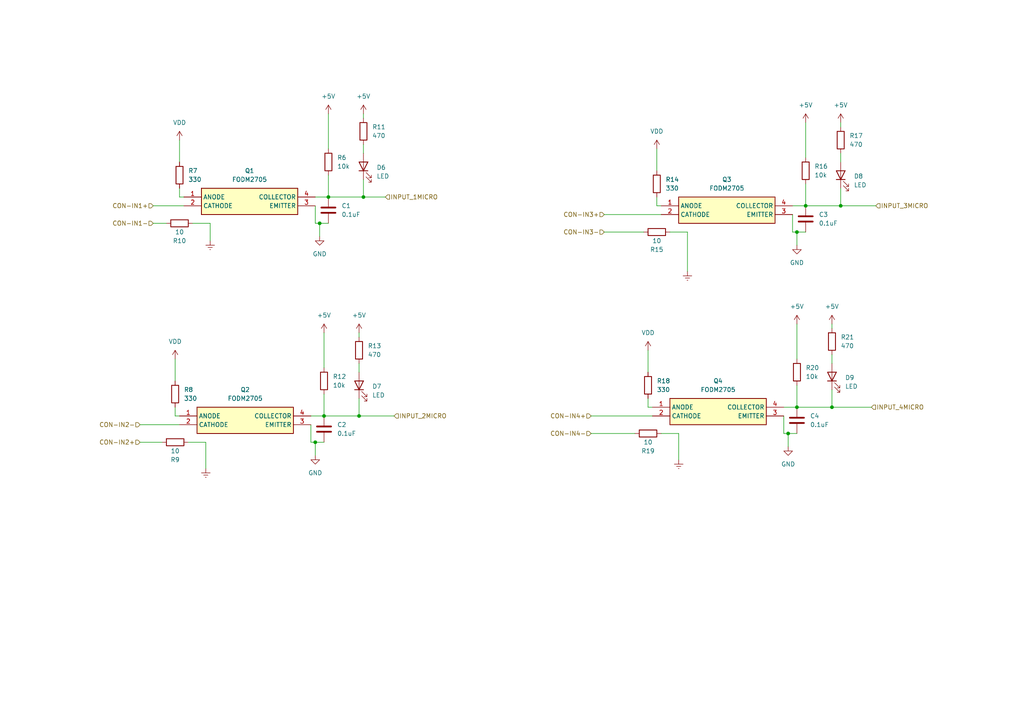
<source format=kicad_sch>
(kicad_sch (version 20230121) (generator eeschema)
  (paper "A4")
  (lib_symbols
    (symbol "Device:C" (pin_numbers hide) (pin_names (offset 0.254))
      (property "Reference" "C" (at 0.635 2.54 0))
      (property "Value" "C" (at 0.635 -2.54 0))
      (symbol "C_0_1"
        (polyline (pts (xy -2.032 -0.762) (xy 2.032 -0.762)) (stroke (width 0.508)))
        (polyline (pts (xy -2.032 0.762) (xy 2.032 0.762)) (stroke (width 0.508)))
      )
      (symbol "C_1_1"
        (pin passive line (at 0 3.81 270) (length 2.794) (name "~") (number "1"))
        (pin passive line (at 0 -3.81 90) (length 2.794) (name "~") (number "2"))
      )
    )
    (symbol "Device:LED" (pin_numbers hide) (pin_names (offset 1.016) hide)
      (property "Reference" "D" (at 0 2.54 0))
      (property "Value" "LED" (at 0 -2.54 0))
      (symbol "LED_0_1"
        (polyline (pts (xy -1.27 -1.27) (xy -1.27 1.27)) (stroke (width 0.254)))
        (polyline (pts (xy -1.27 0) (xy 1.27 0)))
        (polyline (pts (xy 1.27 -1.27) (xy 1.27 1.27) (xy -1.27 0) (xy 1.27 -1.27)) (stroke (width 0.254)))
        (polyline (pts (xy -3.048 -0.762) (xy -4.572 -2.286) (xy -3.81 -2.286) (xy -4.572 -2.286) (xy -4.572 -1.524)))
        (polyline (pts (xy -1.778 -0.762) (xy -3.302 -2.286) (xy -2.54 -2.286) (xy -3.302 -2.286) (xy -3.302 -1.524)))
      )
      (symbol "LED_1_1"
        (pin passive line (at -3.81 0 0) (length 2.54) (name "K") (number "1"))
        (pin passive line (at 3.81 0 180) (length 2.54) (name "A") (number "2"))
      )
    )
    (symbol "Device:R" (pin_numbers hide) (pin_names (offset 0))
      (property "Reference" "R" (at 2.032 0 90))
      (property "Value" "R" (at 0 0 90))
      (symbol "R_0_1"
        (rectangle (start -1.016 -2.54) (end 1.016 2.54) (stroke (width 0.254)))
      )
      (symbol "R_1_1"
        (pin passive line (at 0 3.81 270) (length 1.27) (name "~") (number "1"))
        (pin passive line (at 0 -3.81 90) (length 1.27) (name "~") (number "2"))
      )
    )
    (symbol "FODM2705:FODM2705"
      (property "Reference" "Q" (at 34.29 7.62 0))
      (property "Value" "FODM2705" (at 34.29 5.08 0))
      (symbol "FODM2705_1_1"
        (rectangle (start 5.08 2.54) (end 33.02 -5.08) (stroke (width 0.254)) (fill (type background)))
        (pin passive line (at 0 0 0) (length 5.08) (name "ANODE") (number "1"))
        (pin passive line (at 0 -2.54 0) (length 5.08) (name "CATHODE") (number "2"))
        (pin passive line (at 38.1 -2.54 180) (length 5.08) (name "EMITTER") (number "3"))
        (pin passive line (at 38.1 0 180) (length 5.08) (name "COLLECTOR") (number "4"))
      )
    )
    (symbol "power:+5V" (power) (pin_names (offset 0))
      (property "Value" "+5V" (at 0 3.556 0))
      (symbol "+5V_0_1"
        (polyline (pts (xy -0.762 1.27) (xy 0 2.54)))
        (polyline (pts (xy 0 0) (xy 0 2.54)))
        (polyline (pts (xy 0 2.54) (xy 0.762 1.27)))
      )
      (symbol "+5V_1_1"
        (pin power_in line (at 0 0 90) (length 0) hide (name "+5V") (number "1"))
      )
    )
    (symbol "power:Earth" (power) (pin_names (offset 0))
      (symbol "Earth_0_1"
        (polyline (pts (xy -0.635 -1.905) (xy 0.635 -1.905)))
        (polyline (pts (xy -0.127 -2.54) (xy 0.127 -2.54)))
        (polyline (pts (xy 0 -1.27) (xy 0 0)))
        (polyline (pts (xy 1.27 -1.27) (xy -1.27 -1.27)))
      )
      (symbol "Earth_1_1"
        (pin power_in line (at 0 0 270) (length 0) hide (name "Earth") (number "1"))
      )
    )
    (symbol "power:GND" (power) (pin_names (offset 0))
      (property "Value" "GND" (at 0 -3.81 0))
      (symbol "GND_0_1"
        (polyline (pts (xy 0 0) (xy 0 -1.27) (xy 1.27 -1.27) (xy 0 -2.54) (xy -1.27 -1.27) (xy 0 -1.27)))
      )
      (symbol "GND_1_1"
        (pin power_in line (at 0 0 270) (length 0) hide (name "GND") (number "1"))
      )
    )
    (symbol "power:VDD" (power) (pin_names (offset 0))
      (property "Value" "VDD" (at 0 3.81 0))
      (symbol "VDD_0_1"
        (polyline (pts (xy -0.762 1.27) (xy 0 2.54)))
        (polyline (pts (xy 0 0) (xy 0 2.54)))
        (polyline (pts (xy 0 2.54) (xy 0.762 1.27)))
      )
      (symbol "VDD_1_1"
        (pin power_in line (at 0 0 90) (length 0) hide (name "VDD") (number "1"))
      )
    )
  )
  (junction (at 93.98 120.65))
  (junction (at 105.41 57.15))
  (junction (at 231.14 67.31))
  (junction (at 92.71 64.77))
  (junction (at 243.84 59.69))
  (junction (at 233.68 59.69))
  (junction (at 95.25 57.15))
  (junction (at 228.6 125.73))
  (junction (at 231.14 118.11))
  (junction (at 241.3 118.11))
  (junction (at 104.14 120.65))
  (junction (at 91.44 128.27))
  (wire (pts (xy 91.44 59.69) (xy 91.44 64.77)))
  (wire (pts (xy 190.5 59.69) (xy 191.77 59.69)))
  (wire (pts (xy 52.07 40.64) (xy 52.07 46.99)))
  (wire (pts (xy 190.5 57.15) (xy 190.5 59.69)))
  (wire (pts (xy 95.25 50.8) (xy 95.25 57.15)))
  (wire (pts (xy 231.14 93.98) (xy 231.14 104.14)))
  (wire (pts (xy 228.6 125.73) (xy 228.6 129.54)))
  (wire (pts (xy 95.25 57.15) (xy 105.41 57.15)))
  (wire (pts (xy 104.14 105.41) (xy 104.14 107.95)))
  (wire (pts (xy 243.84 35.56) (xy 243.84 36.83)))
  (wire (pts (xy 52.07 57.15) (xy 53.34 57.15)))
  (wire (pts (xy 104.14 115.57) (xy 104.14 120.65)))
  (wire (pts (xy 95.25 33.02) (xy 95.25 43.18)))
  (wire (pts (xy 91.44 57.15) (xy 95.25 57.15)))
  (wire (pts (xy 105.41 33.02) (xy 105.41 34.29)))
  (wire (pts (xy 233.68 67.31) (xy 231.14 67.31)))
  (wire (pts (xy 44.45 59.69) (xy 53.34 59.69)))
  (wire (pts (xy 231.14 67.31) (xy 231.14 71.12)))
  (wire (pts (xy 171.45 120.65) (xy 189.23 120.65)))
  (wire (pts (xy 243.84 54.61) (xy 243.84 59.69)))
  (wire (pts (xy 241.3 113.03) (xy 241.3 118.11)))
  (wire (pts (xy 93.98 120.65) (xy 104.14 120.65)))
  (wire (pts (xy 190.5 43.18) (xy 190.5 49.53)))
  (wire (pts (xy 171.45 125.73) (xy 184.15 125.73)))
  (wire (pts (xy 40.64 123.19) (xy 52.07 123.19)))
  (wire (pts (xy 90.17 128.27) (xy 91.44 128.27)))
  (wire (pts (xy 227.33 118.11) (xy 231.14 118.11)))
  (wire (pts (xy 50.8 120.65) (xy 52.07 120.65)))
  (wire (pts (xy 105.41 57.15) (xy 111.76 57.15)))
  (wire (pts (xy 241.3 93.98) (xy 241.3 95.25)))
  (wire (pts (xy 60.96 64.77) (xy 55.88 64.77)))
  (wire (pts (xy 227.33 125.73) (xy 228.6 125.73)))
  (wire (pts (xy 105.41 41.91) (xy 105.41 44.45)))
  (wire (pts (xy 50.8 118.11) (xy 50.8 120.65)))
  (wire (pts (xy 231.14 125.73) (xy 228.6 125.73)))
  (wire (pts (xy 52.07 54.61) (xy 52.07 57.15)))
  (wire (pts (xy 199.39 67.31) (xy 199.39 78.74)))
  (wire (pts (xy 175.26 67.31) (xy 186.69 67.31)))
  (wire (pts (xy 90.17 120.65) (xy 93.98 120.65)))
  (wire (pts (xy 91.44 128.27) (xy 91.44 132.08)))
  (wire (pts (xy 40.64 128.27) (xy 46.99 128.27)))
  (wire (pts (xy 93.98 114.3) (xy 93.98 120.65)))
  (wire (pts (xy 104.14 120.65) (xy 114.3 120.65)))
  (wire (pts (xy 199.39 67.31) (xy 194.31 67.31)))
  (wire (pts (xy 91.44 64.77) (xy 92.71 64.77)))
  (wire (pts (xy 241.3 102.87) (xy 241.3 105.41)))
  (wire (pts (xy 196.85 125.73) (xy 196.85 133.35)))
  (wire (pts (xy 243.84 44.45) (xy 243.84 46.99)))
  (wire (pts (xy 104.14 96.52) (xy 104.14 97.79)))
  (wire (pts (xy 231.14 111.76) (xy 231.14 118.11)))
  (wire (pts (xy 196.85 125.73) (xy 191.77 125.73)))
  (wire (pts (xy 93.98 96.52) (xy 93.98 106.68)))
  (wire (pts (xy 90.17 123.19) (xy 90.17 128.27)))
  (wire (pts (xy 231.14 118.11) (xy 241.3 118.11)))
  (wire (pts (xy 50.8 104.14) (xy 50.8 110.49)))
  (wire (pts (xy 227.33 120.65) (xy 227.33 125.73)))
  (wire (pts (xy 233.68 35.56) (xy 233.68 45.72)))
  (wire (pts (xy 187.96 118.11) (xy 189.23 118.11)))
  (wire (pts (xy 59.69 128.27) (xy 59.69 135.89)))
  (wire (pts (xy 93.98 128.27) (xy 91.44 128.27)))
  (wire (pts (xy 60.96 64.77) (xy 60.96 69.85)))
  (wire (pts (xy 241.3 118.11) (xy 252.73 118.11)))
  (wire (pts (xy 105.41 52.07) (xy 105.41 57.15)))
  (wire (pts (xy 187.96 115.57) (xy 187.96 118.11)))
  (wire (pts (xy 229.87 62.23) (xy 229.87 67.31)))
  (wire (pts (xy 233.68 59.69) (xy 243.84 59.69)))
  (wire (pts (xy 233.68 53.34) (xy 233.68 59.69)))
  (wire (pts (xy 44.45 64.77) (xy 48.26 64.77)))
  (wire (pts (xy 187.96 101.6) (xy 187.96 107.95)))
  (wire (pts (xy 175.26 62.23) (xy 191.77 62.23)))
  (wire (pts (xy 95.25 64.77) (xy 92.71 64.77)))
  (wire (pts (xy 243.84 59.69) (xy 254 59.69)))
  (wire (pts (xy 92.71 64.77) (xy 92.71 68.58)))
  (wire (pts (xy 59.69 128.27) (xy 54.61 128.27)))
  (wire (pts (xy 229.87 67.31) (xy 231.14 67.31)))
  (wire (pts (xy 229.87 59.69) (xy 233.68 59.69)))
  (hierarchical_label "CON-IN2+" (shape input) (at 40.64 128.27 180))
  (hierarchical_label "INPUT_4MICRO" (shape input) (at 252.73 118.11 0))
  (hierarchical_label "CON-IN1-" (shape input) (at 44.45 64.77 180))
  (hierarchical_label "CON-IN4-" (shape input) (at 171.45 125.73 180))
  (hierarchical_label "CON-IN3+" (shape input) (at 175.26 62.23 180))
  (hierarchical_label "CON-IN2-" (shape input) (at 40.64 123.19 180))
  (hierarchical_label "INPUT_1MICRO" (shape input) (at 111.76 57.15 0))
  (hierarchical_label "CON-IN4+" (shape input) (at 171.45 120.65 180))
  (hierarchical_label "CON-IN1+" (shape input) (at 44.45 59.69 180))
  (hierarchical_label "CON-IN3-" (shape input) (at 175.26 67.31 180))
  (hierarchical_label "INPUT_2MICRO" (shape input) (at 114.3 120.65 0))
  (hierarchical_label "INPUT_3MICRO" (shape input) (at 254 59.69 0))
  (symbol (lib_id "Device:R") (at 50.8 128.27 270) (unit 1)
    (property "Reference" "R9" (at 50.8 133.35 90))
    (property "Value" "10" (at 50.8 130.81 90))
    (property "Footprint" "Resistor_SMD:R_0805_2012Metric_Pad1.20x1.40mm_HandSolder" (effects hide))
  )
  (symbol (lib_id "Device:R") (at 187.96 125.73 270) (unit 1)
    (property "Reference" "R19" (at 187.96 130.81 90))
    (property "Value" "10" (at 187.96 128.27 90))
    (property "Footprint" "Resistor_SMD:R_0805_2012Metric_Pad1.20x1.40mm_HandSolder" (effects hide))
  )
  (symbol (lib_id "power:Earth") (at 59.69 135.89 0) (unit 1)
    (property "Reference" "#PWR015" (effects hide))
    (property "Value" "Earth" (effects hide))
  )
  (symbol (lib_id "power:VDD") (at 187.96 101.6 0) (unit 1)
    (property "Reference" "#PWR027" (effects hide))
    (property "Value" "VDD" (at 187.96 96.52 0))
  )
  (symbol (lib_id "Device:R") (at 190.5 67.31 270) (unit 1)
    (property "Reference" "R15" (at 190.5 72.39 90))
    (property "Value" "10" (at 190.5 69.85 90))
    (property "Footprint" "Resistor_SMD:R_0805_2012Metric_Pad1.20x1.40mm_HandSolder" (effects hide))
  )
  (symbol (lib_id "Device:R") (at 104.14 101.6 0) (unit 1)
    (property "Reference" "R13" (at 106.68 100.33 0) (effects (justify left)))
    (property "Value" "470" (at 106.68 102.87 0) (effects (justify left)))
    (property "Footprint" "Resistor_SMD:R_0805_2012Metric_Pad1.20x1.40mm_HandSolder" (effects hide))
  )
  (symbol (lib_id "power:+5V") (at 105.41 33.02 0) (unit 1)
    (property "Reference" "#PWR017" (effects hide))
    (property "Value" "+5V" (at 105.41 27.94 0))
  )
  (symbol (lib_id "power:GND") (at 231.14 71.12 0) (unit 1)
    (property "Reference" "#PWR024" (effects hide))
    (property "Value" "GND" (at 231.14 76.2 0))
  )
  (symbol (lib_id "Device:R") (at 50.8 114.3 0) (unit 1)
    (property "Reference" "R8" (at 53.34 113.03 0) (effects (justify left)))
    (property "Value" "330" (at 53.34 115.57 0) (effects (justify left)))
    (property "Footprint" "Resistor_SMD:R_0805_2012Metric_Pad1.20x1.40mm_HandSolder" (effects hide))
  )
  (symbol (lib_id "Device:R") (at 233.68 49.53 0) (unit 1)
    (property "Reference" "R16" (at 236.22 48.26 0) (effects (justify left)))
    (property "Value" "10k" (at 236.22 50.8 0) (effects (justify left)))
    (property "Footprint" "Resistor_SMD:R_0805_2012Metric_Pad1.20x1.40mm_HandSolder" (effects hide))
  )
  (symbol (lib_id "FODM2705:FODM2705") (at 189.23 118.11 0) (unit 1)
    (property "Reference" "Q4" (at 208.28 110.49 0))
    (property "Value" "FODM2705" (at 208.28 113.03 0))
    (property "Footprint" "nuevo simbolo:FODM2705" (effects hide))
    (property "Datasheet" "https://www.onsemi.com/pdf/datasheet/fodm2705-d.pdf" (effects hide))
    (property "Height" "2.4" (effects hide))
    (property "Manufacturer_Name" "onsemi" (effects hide))
    (property "Manufacturer_Part_Number" "FODM2705" (effects hide))
    (property "Mouser Part Number" "512-FODM2705" (effects hide))
    (property "Mouser Price/Stock" "https://www.mouser.co.uk/ProductDetail/onsemi-Fairchild/FODM2705?qs=w2ACn%2FLS38EYreIlWngSsw%3D%3D" (effects hide))
    (property "Arrow Part Number" "FODM2705" (effects hide))
    (property "Arrow Price/Stock" "https://www.arrow.com/en/products/fodm2705/on-semiconductor?region=europe" (effects hide))
  )
  (symbol (lib_id "power:VDD") (at 190.5 43.18 0) (unit 1)
    (property "Reference" "#PWR022" (effects hide))
    (property "Value" "VDD" (at 190.5 38.1 0))
  )
  (symbol (lib_id "Device:R") (at 187.96 111.76 0) (unit 1)
    (property "Reference" "R18" (at 190.5 110.49 0) (effects (justify left)))
    (property "Value" "330" (at 190.5 113.03 0) (effects (justify left)))
    (property "Footprint" "Resistor_SMD:R_0805_2012Metric_Pad1.20x1.40mm_HandSolder" (effects hide))
  )
  (symbol (lib_id "Device:R") (at 52.07 50.8 0) (unit 1)
    (property "Reference" "R7" (at 54.61 49.53 0) (effects (justify left)))
    (property "Value" "330" (at 54.61 52.07 0) (effects (justify left)))
    (property "Footprint" "Resistor_SMD:R_0805_2012Metric_Pad1.20x1.40mm_HandSolder" (effects hide))
  )
  (symbol (lib_id "Device:LED") (at 243.84 50.8 90) (unit 1)
    (property "Reference" "D8" (at 247.65 51.1175 90) (effects (justify right)))
    (property "Value" "LED" (at 247.65 53.6575 90) (effects (justify right)))
    (property "Footprint" "LED_SMD:LED_0805_2012Metric_Pad1.15x1.40mm_HandSolder" (effects hide))
  )
  (symbol (lib_id "Device:C") (at 95.25 60.96 0) (unit 1)
    (property "Reference" "C1" (at 99.06 59.69 0) (effects (justify left)))
    (property "Value" "0.1uF" (at 99.06 62.23 0) (effects (justify left)))
    (property "Footprint" "Capacitor_SMD:C_0805_2012Metric_Pad1.18x1.45mm_HandSolder" (effects hide))
  )
  (symbol (lib_id "power:+5V") (at 231.14 93.98 0) (unit 1)
    (property "Reference" "#PWR030" (effects hide))
    (property "Value" "+5V" (at 231.14 88.9 0))
  )
  (symbol (lib_id "Device:R") (at 243.84 40.64 0) (unit 1)
    (property "Reference" "R17" (at 246.38 39.37 0) (effects (justify left)))
    (property "Value" "470" (at 246.38 41.91 0) (effects (justify left)))
    (property "Footprint" "Resistor_SMD:R_0805_2012Metric_Pad1.20x1.40mm_HandSolder" (effects hide))
  )
  (symbol (lib_id "Device:R") (at 231.14 107.95 0) (unit 1)
    (property "Reference" "R20" (at 233.68 106.68 0) (effects (justify left)))
    (property "Value" "10k" (at 233.68 109.22 0) (effects (justify left)))
    (property "Footprint" "Resistor_SMD:R_0805_2012Metric_Pad1.20x1.40mm_HandSolder" (effects hide))
  )
  (symbol (lib_id "Device:R") (at 241.3 99.06 0) (unit 1)
    (property "Reference" "R21" (at 243.84 97.79 0) (effects (justify left)))
    (property "Value" "470" (at 243.84 100.33 0) (effects (justify left)))
    (property "Footprint" "Resistor_SMD:R_0805_2012Metric_Pad1.20x1.40mm_HandSolder" (effects hide))
  )
  (symbol (lib_id "power:+5V") (at 241.3 93.98 0) (unit 1)
    (property "Reference" "#PWR031" (effects hide))
    (property "Value" "+5V" (at 241.3 88.9 0))
  )
  (symbol (lib_id "Device:R") (at 52.07 64.77 270) (unit 1)
    (property "Reference" "R10" (at 52.07 69.85 90))
    (property "Value" "10" (at 52.07 67.31 90))
    (property "Footprint" "Resistor_SMD:R_0805_2012Metric_Pad1.20x1.40mm_HandSolder" (effects hide))
  )
  (symbol (lib_id "FODM2705:FODM2705") (at 52.07 120.65 0) (unit 1)
    (property "Reference" "Q2" (at 71.12 113.03 0))
    (property "Value" "FODM2705" (at 71.12 115.57 0))
    (property "Footprint" "nuevo simbolo:FODM2705" (effects hide))
    (property "Datasheet" "https://www.onsemi.com/pdf/datasheet/fodm2705-d.pdf" (effects hide))
    (property "Height" "2.4" (effects hide))
    (property "Manufacturer_Name" "onsemi" (effects hide))
    (property "Manufacturer_Part_Number" "FODM2705" (effects hide))
    (property "Mouser Part Number" "512-FODM2705" (effects hide))
    (property "Mouser Price/Stock" "https://www.mouser.co.uk/ProductDetail/onsemi-Fairchild/FODM2705?qs=w2ACn%2FLS38EYreIlWngSsw%3D%3D" (effects hide))
    (property "Arrow Part Number" "FODM2705" (effects hide))
    (property "Arrow Price/Stock" "https://www.arrow.com/en/products/fodm2705/on-semiconductor?region=europe" (effects hide))
  )
  (symbol (lib_id "Device:R") (at 105.41 38.1 0) (unit 1)
    (property "Reference" "R11" (at 107.95 36.83 0) (effects (justify left)))
    (property "Value" "470" (at 107.95 39.37 0) (effects (justify left)))
    (property "Footprint" "Resistor_SMD:R_0805_2012Metric_Pad1.20x1.40mm_HandSolder" (effects hide))
  )
  (symbol (lib_id "power:+5V") (at 243.84 35.56 0) (unit 1)
    (property "Reference" "#PWR026" (effects hide))
    (property "Value" "+5V" (at 243.84 30.48 0))
  )
  (symbol (lib_id "power:Earth") (at 60.96 69.85 0) (unit 1)
    (property "Reference" "#PWR065" (effects hide))
    (property "Value" "Earth" (effects hide))
  )
  (symbol (lib_id "power:GND") (at 228.6 129.54 0) (unit 1)
    (property "Reference" "#PWR029" (effects hide))
    (property "Value" "GND" (at 228.6 134.62 0))
  )
  (symbol (lib_id "power:GND") (at 91.44 132.08 0) (unit 1)
    (property "Reference" "#PWR019" (effects hide))
    (property "Value" "GND" (at 91.44 137.16 0))
  )
  (symbol (lib_id "power:Earth") (at 196.85 133.35 0) (unit 1)
    (property "Reference" "#PWR018" (effects hide))
    (property "Value" "Earth" (effects hide))
  )
  (symbol (lib_id "Device:LED") (at 105.41 48.26 90) (unit 1)
    (property "Reference" "D6" (at 109.22 48.5775 90) (effects (justify right)))
    (property "Value" "LED" (at 109.22 51.1175 90) (effects (justify right)))
    (property "Footprint" "LED_SMD:LED_0805_2012Metric_Pad1.15x1.40mm_HandSolder" (effects hide))
  )
  (symbol (lib_id "power:+5V") (at 104.14 96.52 0) (unit 1)
    (property "Reference" "#PWR021" (effects hide))
    (property "Value" "+5V" (at 104.14 91.44 0))
  )
  (symbol (lib_id "power:VDD") (at 52.07 40.64 0) (unit 1)
    (property "Reference" "#PWR014" (effects hide))
    (property "Value" "VDD" (at 52.07 35.56 0))
  )
  (symbol (lib_id "power:+5V") (at 233.68 35.56 0) (unit 1)
    (property "Reference" "#PWR025" (effects hide))
    (property "Value" "+5V" (at 233.68 30.48 0))
  )
  (symbol (lib_id "power:+5V") (at 93.98 96.52 0) (unit 1)
    (property "Reference" "#PWR020" (effects hide))
    (property "Value" "+5V" (at 93.98 91.44 0))
  )
  (symbol (lib_id "FODM2705:FODM2705") (at 53.34 57.15 0) (unit 1)
    (property "Reference" "Q1" (at 72.39 49.53 0))
    (property "Value" "FODM2705" (at 72.39 52.07 0))
    (property "Footprint" "nuevo simbolo:FODM2705" (effects hide))
    (property "Datasheet" "https://www.onsemi.com/pdf/datasheet/fodm2705-d.pdf" (effects hide))
    (property "Height" "2.4" (effects hide))
    (property "Manufacturer_Name" "onsemi" (effects hide))
    (property "Manufacturer_Part_Number" "FODM2705" (effects hide))
    (property "Mouser Part Number" "512-FODM2705" (effects hide))
    (property "Mouser Price/Stock" "https://www.mouser.co.uk/ProductDetail/onsemi-Fairchild/FODM2705?qs=w2ACn%2FLS38EYreIlWngSsw%3D%3D" (effects hide))
    (property "Arrow Part Number" "FODM2705" (effects hide))
    (property "Arrow Price/Stock" "https://www.arrow.com/en/products/fodm2705/on-semiconductor?region=europe" (effects hide))
  )
  (symbol (lib_id "Device:LED") (at 241.3 109.22 90) (unit 1)
    (property "Reference" "D9" (at 245.11 109.5375 90) (effects (justify right)))
    (property "Value" "LED" (at 245.11 112.0775 90) (effects (justify right)))
    (property "Footprint" "LED_SMD:LED_0805_2012Metric_Pad1.15x1.40mm_HandSolder" (effects hide))
  )
  (symbol (lib_id "FODM2705:FODM2705") (at 191.77 59.69 0) (unit 1)
    (property "Reference" "Q3" (at 210.82 52.07 0))
    (property "Value" "FODM2705" (at 210.82 54.61 0))
    (property "Footprint" "nuevo simbolo:FODM2705" (effects hide))
    (property "Datasheet" "https://www.onsemi.com/pdf/datasheet/fodm2705-d.pdf" (effects hide))
    (property "Height" "2.4" (effects hide))
    (property "Manufacturer_Name" "onsemi" (effects hide))
    (property "Manufacturer_Part_Number" "FODM2705" (effects hide))
    (property "Mouser Part Number" "512-FODM2705" (effects hide))
    (property "Mouser Price/Stock" "https://www.mouser.co.uk/ProductDetail/onsemi-Fairchild/FODM2705?qs=w2ACn%2FLS38EYreIlWngSsw%3D%3D" (effects hide))
    (property "Arrow Part Number" "FODM2705" (effects hide))
    (property "Arrow Price/Stock" "https://www.arrow.com/en/products/fodm2705/on-semiconductor?region=europe" (effects hide))
  )
  (symbol (lib_id "Device:R") (at 95.25 46.99 0) (unit 1)
    (property "Reference" "R6" (at 97.79 45.72 0) (effects (justify left)))
    (property "Value" "10k" (at 97.79 48.26 0) (effects (justify left)))
    (property "Footprint" "Resistor_SMD:R_0805_2012Metric_Pad1.20x1.40mm_HandSolder" (effects hide))
  )
  (symbol (lib_id "Device:C") (at 233.68 63.5 0) (unit 1)
    (property "Reference" "C3" (at 237.49 62.23 0) (effects (justify left)))
    (property "Value" "0.1uF" (at 237.49 64.77 0) (effects (justify left)))
    (property "Footprint" "Capacitor_SMD:C_0805_2012Metric_Pad1.18x1.45mm_HandSolder" (effects hide))
  )
  (symbol (lib_id "power:Earth") (at 199.39 78.74 0) (unit 1)
    (property "Reference" "#PWR023" (effects hide))
    (property "Value" "Earth" (effects hide))
  )
  (symbol (lib_id "power:VDD") (at 50.8 104.14 0) (unit 1)
    (property "Reference" "#PWR012" (effects hide))
    (property "Value" "VDD" (at 50.8 99.06 0))
  )
  (symbol (lib_id "Device:R") (at 190.5 53.34 0) (unit 1)
    (property "Reference" "R14" (at 193.04 52.07 0) (effects (justify left)))
    (property "Value" "330" (at 193.04 54.61 0) (effects (justify left)))
    (property "Footprint" "Resistor_SMD:R_0805_2012Metric_Pad1.20x1.40mm_HandSolder" (effects hide))
  )
  (symbol (lib_id "Device:LED") (at 104.14 111.76 90) (unit 1)
    (property "Reference" "D7" (at 107.95 112.0775 90) (effects (justify right)))
    (property "Value" "LED" (at 107.95 114.6175 90) (effects (justify right)))
    (property "Footprint" "LED_SMD:LED_0805_2012Metric_Pad1.15x1.40mm_HandSolder" (effects hide))
  )
  (symbol (lib_id "power:GND") (at 92.71 68.58 0) (unit 1)
    (property "Reference" "#PWR013" (effects hide))
    (property "Value" "GND" (at 92.71 73.66 0))
  )
  (symbol (lib_id "Device:R") (at 93.98 110.49 0) (unit 1)
    (property "Reference" "R12" (at 96.52 109.22 0) (effects (justify left)))
    (property "Value" "10k" (at 96.52 111.76 0) (effects (justify left)))
    (property "Footprint" "Resistor_SMD:R_0805_2012Metric_Pad1.20x1.40mm_HandSolder" (effects hide))
  )
  (symbol (lib_id "Device:C") (at 93.98 124.46 0) (unit 1)
    (property "Reference" "C2" (at 97.79 123.19 0) (effects (justify left)))
    (property "Value" "0.1uF" (at 97.79 125.73 0) (effects (justify left)))
    (property "Footprint" "Capacitor_SMD:C_0805_2012Metric_Pad1.18x1.45mm_HandSolder" (effects hide))
  )
  (symbol (lib_id "power:+5V") (at 95.25 33.02 0) (unit 1)
    (property "Reference" "#PWR016" (effects hide))
    (property "Value" "+5V" (at 95.25 27.94 0))
  )
  (symbol (lib_id "Device:C") (at 231.14 121.92 0) (unit 1)
    (property "Reference" "C4" (at 234.95 120.65 0) (effects (justify left)))
    (property "Value" "0.1uF" (at 234.95 123.19 0) (effects (justify left)))
    (property "Footprint" "Capacitor_SMD:C_0805_2012Metric_Pad1.18x1.45mm_HandSolder" (effects hide))
  )
)
</source>
